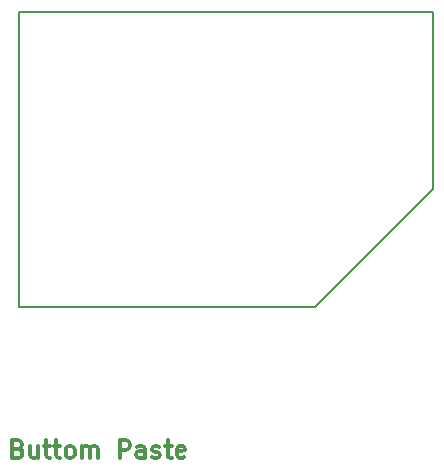
<source format=gbr>
%TF.GenerationSoftware,KiCad,Pcbnew,(5.1.9)-1*%
%TF.CreationDate,2021-07-03T23:42:05+08:00*%
%TF.ProjectId,Task1,5461736b-312e-46b6-9963-61645f706362,rev?*%
%TF.SameCoordinates,Original*%
%TF.FileFunction,Paste,Bot*%
%TF.FilePolarity,Positive*%
%FSLAX46Y46*%
G04 Gerber Fmt 4.6, Leading zero omitted, Abs format (unit mm)*
G04 Created by KiCad (PCBNEW (5.1.9)-1) date 2021-07-03 23:42:05*
%MOMM*%
%LPD*%
G01*
G04 APERTURE LIST*
%ADD10C,0.300000*%
%TA.AperFunction,Profile*%
%ADD11C,0.200000*%
%TD*%
G04 APERTURE END LIST*
D10*
X79914285Y-126992857D02*
X80128571Y-127064285D01*
X80200000Y-127135714D01*
X80271428Y-127278571D01*
X80271428Y-127492857D01*
X80200000Y-127635714D01*
X80128571Y-127707142D01*
X79985714Y-127778571D01*
X79414285Y-127778571D01*
X79414285Y-126278571D01*
X79914285Y-126278571D01*
X80057142Y-126350000D01*
X80128571Y-126421428D01*
X80200000Y-126564285D01*
X80200000Y-126707142D01*
X80128571Y-126850000D01*
X80057142Y-126921428D01*
X79914285Y-126992857D01*
X79414285Y-126992857D01*
X81557142Y-126778571D02*
X81557142Y-127778571D01*
X80914285Y-126778571D02*
X80914285Y-127564285D01*
X80985714Y-127707142D01*
X81128571Y-127778571D01*
X81342857Y-127778571D01*
X81485714Y-127707142D01*
X81557142Y-127635714D01*
X82057142Y-126778571D02*
X82628571Y-126778571D01*
X82271428Y-126278571D02*
X82271428Y-127564285D01*
X82342857Y-127707142D01*
X82485714Y-127778571D01*
X82628571Y-127778571D01*
X82914285Y-126778571D02*
X83485714Y-126778571D01*
X83128571Y-126278571D02*
X83128571Y-127564285D01*
X83200000Y-127707142D01*
X83342857Y-127778571D01*
X83485714Y-127778571D01*
X84200000Y-127778571D02*
X84057142Y-127707142D01*
X83985714Y-127635714D01*
X83914285Y-127492857D01*
X83914285Y-127064285D01*
X83985714Y-126921428D01*
X84057142Y-126850000D01*
X84200000Y-126778571D01*
X84414285Y-126778571D01*
X84557142Y-126850000D01*
X84628571Y-126921428D01*
X84700000Y-127064285D01*
X84700000Y-127492857D01*
X84628571Y-127635714D01*
X84557142Y-127707142D01*
X84414285Y-127778571D01*
X84200000Y-127778571D01*
X85342857Y-127778571D02*
X85342857Y-126778571D01*
X85342857Y-126921428D02*
X85414285Y-126850000D01*
X85557142Y-126778571D01*
X85771428Y-126778571D01*
X85914285Y-126850000D01*
X85985714Y-126992857D01*
X85985714Y-127778571D01*
X85985714Y-126992857D02*
X86057142Y-126850000D01*
X86200000Y-126778571D01*
X86414285Y-126778571D01*
X86557142Y-126850000D01*
X86628571Y-126992857D01*
X86628571Y-127778571D01*
X88485714Y-127778571D02*
X88485714Y-126278571D01*
X89057142Y-126278571D01*
X89200000Y-126350000D01*
X89271428Y-126421428D01*
X89342857Y-126564285D01*
X89342857Y-126778571D01*
X89271428Y-126921428D01*
X89200000Y-126992857D01*
X89057142Y-127064285D01*
X88485714Y-127064285D01*
X90628571Y-127778571D02*
X90628571Y-126992857D01*
X90557142Y-126850000D01*
X90414285Y-126778571D01*
X90128571Y-126778571D01*
X89985714Y-126850000D01*
X90628571Y-127707142D02*
X90485714Y-127778571D01*
X90128571Y-127778571D01*
X89985714Y-127707142D01*
X89914285Y-127564285D01*
X89914285Y-127421428D01*
X89985714Y-127278571D01*
X90128571Y-127207142D01*
X90485714Y-127207142D01*
X90628571Y-127135714D01*
X91271428Y-127707142D02*
X91414285Y-127778571D01*
X91700000Y-127778571D01*
X91842857Y-127707142D01*
X91914285Y-127564285D01*
X91914285Y-127492857D01*
X91842857Y-127350000D01*
X91700000Y-127278571D01*
X91485714Y-127278571D01*
X91342857Y-127207142D01*
X91271428Y-127064285D01*
X91271428Y-126992857D01*
X91342857Y-126850000D01*
X91485714Y-126778571D01*
X91700000Y-126778571D01*
X91842857Y-126850000D01*
X92342857Y-126778571D02*
X92914285Y-126778571D01*
X92557142Y-126278571D02*
X92557142Y-127564285D01*
X92628571Y-127707142D01*
X92771428Y-127778571D01*
X92914285Y-127778571D01*
X93985714Y-127707142D02*
X93842857Y-127778571D01*
X93557142Y-127778571D01*
X93414285Y-127707142D01*
X93342857Y-127564285D01*
X93342857Y-126992857D01*
X93414285Y-126850000D01*
X93557142Y-126778571D01*
X93842857Y-126778571D01*
X93985714Y-126850000D01*
X94057142Y-126992857D01*
X94057142Y-127135714D01*
X93342857Y-127278571D01*
D11*
X80000000Y-90000000D02*
X80000000Y-115000000D01*
X115000000Y-105000000D02*
X105000000Y-115000000D01*
X115000000Y-90000000D02*
X115000000Y-105000000D01*
X80000000Y-115000000D02*
X105000000Y-115000000D01*
X80000000Y-90000000D02*
X115000000Y-90000000D01*
M02*

</source>
